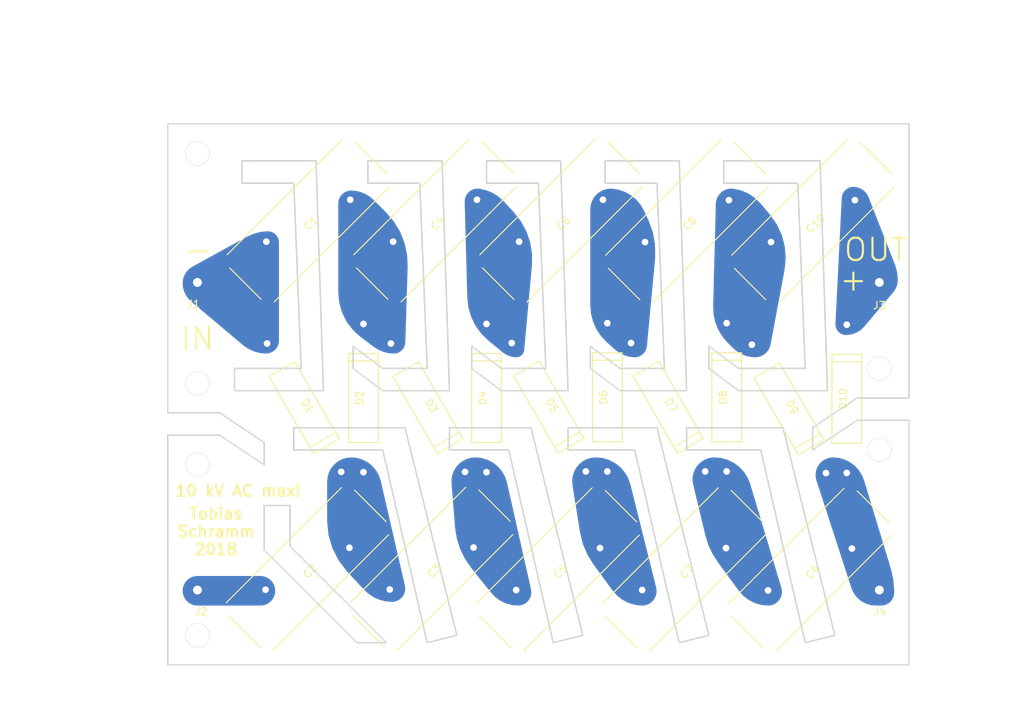
<source format=kicad_pcb>
(kicad_pcb (version 4) (host pcbnew 4.0.7)

  (general
    (links 32)
    (no_connects 32)
    (area 31.899999 34.899999 132.100001 108.100001)
    (thickness 1.6)
    (drawings 110)
    (tracks 0)
    (zones 0)
    (modules 30)
    (nets 13)
  )

  (page A4)
  (layers
    (0 F.Cu signal)
    (31 B.Cu signal)
    (32 B.Adhes user)
    (33 F.Adhes user)
    (34 B.Paste user)
    (35 F.Paste user)
    (36 B.SilkS user)
    (37 F.SilkS user)
    (38 B.Mask user)
    (39 F.Mask user)
    (40 Dwgs.User user)
    (41 Cmts.User user)
    (42 Eco1.User user)
    (43 Eco2.User user)
    (44 Edge.Cuts user)
    (45 Margin user)
    (46 B.CrtYd user)
    (47 F.CrtYd user)
    (48 B.Fab user)
    (49 F.Fab user hide)
  )

  (setup
    (last_trace_width 0.25)
    (trace_clearance 0)
    (zone_clearance 0.508)
    (zone_45_only no)
    (trace_min 0.2)
    (segment_width 0.2)
    (edge_width 0.2)
    (via_size 0.6)
    (via_drill 0.4)
    (via_min_size 0.4)
    (via_min_drill 0.3)
    (uvia_size 0.3)
    (uvia_drill 0.1)
    (uvias_allowed no)
    (uvia_min_size 0.2)
    (uvia_min_drill 0.1)
    (pcb_text_width 0.3)
    (pcb_text_size 1.5 1.5)
    (mod_edge_width 0.15)
    (mod_text_size 1 1)
    (mod_text_width 0.15)
    (pad_size 3 3)
    (pad_drill 1.2)
    (pad_to_mask_clearance 0.2)
    (aux_axis_origin 0 0)
    (visible_elements FFFFFF7F)
    (pcbplotparams
      (layerselection 0x01030_80000001)
      (usegerberextensions true)
      (excludeedgelayer true)
      (linewidth 0.100000)
      (plotframeref false)
      (viasonmask false)
      (mode 1)
      (useauxorigin false)
      (hpglpennumber 1)
      (hpglpenspeed 20)
      (hpglpendiameter 15)
      (hpglpenoverlay 2)
      (psnegative false)
      (psa4output false)
      (plotreference true)
      (plotvalue true)
      (plotinvisibletext false)
      (padsonsilk false)
      (subtractmaskfromsilk false)
      (outputformat 1)
      (mirror false)
      (drillshape 0)
      (scaleselection 1)
      (outputdirectory ""))
  )

  (net 0 "")
  (net 1 "Net-(C1-Pad1)")
  (net 2 "Net-(C1-Pad2)")
  (net 3 "Net-(C2-Pad1)")
  (net 4 "Net-(C2-Pad2)")
  (net 5 "Net-(C3-Pad2)")
  (net 6 "Net-(C4-Pad2)")
  (net 7 "Net-(C5-Pad2)")
  (net 8 "Net-(C6-Pad2)")
  (net 9 "Net-(C7-Pad2)")
  (net 10 "Net-(C10-Pad1)")
  (net 11 "Net-(C9-Pad2)")
  (net 12 "Net-(C10-Pad2)")

  (net_class Default "Dies ist die voreingestellte Netzklasse."
    (clearance 0)
    (trace_width 0.25)
    (via_dia 0.6)
    (via_drill 0.4)
    (uvia_dia 0.3)
    (uvia_drill 0.1)
    (add_net "Net-(C1-Pad1)")
    (add_net "Net-(C1-Pad2)")
    (add_net "Net-(C10-Pad1)")
    (add_net "Net-(C10-Pad2)")
    (add_net "Net-(C2-Pad1)")
    (add_net "Net-(C2-Pad2)")
    (add_net "Net-(C3-Pad2)")
    (add_net "Net-(C4-Pad2)")
    (add_net "Net-(C5-Pad2)")
    (add_net "Net-(C6-Pad2)")
    (add_net "Net-(C7-Pad2)")
    (add_net "Net-(C9-Pad2)")
  )

  (module cascade:mounthole (layer F.Cu) (tedit 5B1B1E88) (tstamp 5B1B590E)
    (at 36 70)
    (fp_text reference REF** (at 0 0.5) (layer F.SilkS) hide
      (effects (font (size 1 1) (thickness 0.15)))
    )
    (fp_text value mounthole (at 0 -0.5) (layer F.Fab)
      (effects (font (size 1 1) (thickness 0.15)))
    )
    (pad 1 thru_hole circle (at 0 0) (size 3.2 3.2) (drill 3.2) (layers *.Cu *.Mask))
  )

  (module cascade:mounthole (layer F.Cu) (tedit 5B1B1E88) (tstamp 5B1B58FF)
    (at 36 81)
    (fp_text reference REF** (at 0 0.5) (layer F.SilkS) hide
      (effects (font (size 1 1) (thickness 0.15)))
    )
    (fp_text value mounthole (at 0 -0.5) (layer F.Fab)
      (effects (font (size 1 1) (thickness 0.15)))
    )
    (pad 1 thru_hole circle (at 0 0) (size 3.2 3.2) (drill 3.2) (layers *.Cu *.Mask))
  )

  (module cascade:mounthole (layer F.Cu) (tedit 5B1B1E88) (tstamp 5B1B2046)
    (at 36 39)
    (fp_text reference REF** (at 0 0.5) (layer F.SilkS) hide
      (effects (font (size 1 1) (thickness 0.15)))
    )
    (fp_text value mounthole (at 0 -0.5) (layer F.Fab)
      (effects (font (size 1 1) (thickness 0.15)))
    )
    (pad 1 thru_hole circle (at 0 0) (size 3.2 3.2) (drill 3.2) (layers *.Cu *.Mask))
  )

  (module cascade:mounthole (layer F.Cu) (tedit 5B1B1E88) (tstamp 5B1B204B)
    (at 36 104)
    (fp_text reference REF** (at 0 0.5) (layer F.SilkS) hide
      (effects (font (size 1 1) (thickness 0.15)))
    )
    (fp_text value mounthole (at 0 -0.5) (layer F.Fab)
      (effects (font (size 1 1) (thickness 0.15)))
    )
    (pad 1 thru_hole circle (at 0 0) (size 3.2 3.2) (drill 3.2) (layers *.Cu *.Mask))
  )

  (module cascade:mounthole (layer F.Cu) (tedit 5B1B1E88) (tstamp 5B1B2050)
    (at 128 79)
    (fp_text reference REF** (at 0 0.5) (layer F.SilkS) hide
      (effects (font (size 1 1) (thickness 0.15)))
    )
    (fp_text value mounthole (at 0 -0.5) (layer F.Fab)
      (effects (font (size 1 1) (thickness 0.15)))
    )
    (pad 1 thru_hole circle (at 0 0) (size 3.2 3.2) (drill 3.2) (layers *.Cu *.Mask))
  )

  (module cascade:mounthole (layer F.Cu) (tedit 5B1B269E) (tstamp 5B1B2055)
    (at 128 68)
    (fp_text reference REF** (at 0 0.5) (layer F.SilkS) hide
      (effects (font (size 1 1) (thickness 0.15)))
    )
    (fp_text value mounthole (at 0 -0.5) (layer F.Fab)
      (effects (font (size 1 1) (thickness 0.15)))
    )
    (pad "" thru_hole circle (at 0 0) (size 3.2 3.2) (drill 3.2) (layers *.Cu *.Mask))
  )

  (module cascade:hv_pad (layer F.Cu) (tedit 5B1B4A9D) (tstamp 5B1B07F2)
    (at 35.4 56.4)
    (path /5B1B08E3)
    (fp_text reference J1 (at 0.1 2.9) (layer F.SilkS)
      (effects (font (size 1 1) (thickness 0.15)))
    )
    (fp_text value Conn_01x01 (at 0 -0.5) (layer F.Fab)
      (effects (font (size 1 1) (thickness 0.15)))
    )
    (pad 1 thru_hole circle (at 0.6 0) (size 3 3) (drill 1.2) (layers *.Mask B.Cu)
      (net 1 "Net-(C1-Pad1)"))
  )

  (module cascade:hv_pad (layer F.Cu) (tedit 5B1B49DD) (tstamp 5B1B07F7)
    (at 36.4 97.9)
    (path /5B1B0CE6)
    (fp_text reference J2 (at 0.1 2.9) (layer F.SilkS)
      (effects (font (size 1 1) (thickness 0.15)))
    )
    (fp_text value Conn_01x01 (at 0 -0.5) (layer F.Fab)
      (effects (font (size 1 1) (thickness 0.15)))
    )
    (pad 1 thru_hole circle (at -0.4 0) (size 3 3) (drill 1.2) (layers *.Mask B.Cu)
      (net 3 "Net-(C2-Pad1)"))
  )

  (module cascade:hv_pad (layer F.Cu) (tedit 5B1B587F) (tstamp 5B1B07FC)
    (at 128 56.4)
    (path /5B1B0D26)
    (fp_text reference J3 (at 0 3.1) (layer F.SilkS)
      (effects (font (size 1 1) (thickness 0.15)))
    )
    (fp_text value Conn_01x01 (at -25.9 -7.2) (layer F.Fab)
      (effects (font (size 1 1) (thickness 0.15)))
    )
    (pad 1 thru_hole circle (at 0 0) (size 3 3) (drill 1.2) (layers *.Mask B.Cu)
      (net 12 "Net-(C10-Pad2)"))
  )

  (module cascade:hv_pad (layer F.Cu) (tedit 5B1B5851) (tstamp 5B1B0801)
    (at 128 97.9)
    (path /5B1B0D81)
    (fp_text reference J4 (at 0.1 2.9) (layer F.SilkS)
      (effects (font (size 1 1) (thickness 0.15)))
    )
    (fp_text value Conn_01x01 (at 0 -0.5) (layer F.Fab)
      (effects (font (size 1 1) (thickness 0.15)))
    )
    (pad 1 thru_hole circle (at 0 0) (size 3 3) (drill 1.2) (layers *.Mask B.Cu)
      (net 11 "Net-(C9-Pad2)"))
  )

  (module cascade:diode_2CL2FM (layer F.Cu) (tedit 5B1B2769) (tstamp 5B1B07C0)
    (at 50.4 73.3 120)
    (path /5B1B04F7)
    (fp_text reference D1 (at 0 0.5 120) (layer F.SilkS)
      (effects (font (size 1 1) (thickness 0.15)))
    )
    (fp_text value D (at 0 -0.5 120) (layer F.Fab)
      (effects (font (size 1 1) (thickness 0.15)))
    )
    (fp_line (start -5 -2) (end -5 2) (layer F.SilkS) (width 0.15))
    (fp_line (start -2 2) (end -2 -2) (layer F.Fab) (width 0.15))
    (fp_line (start 2 -2) (end 2 2) (layer F.Fab) (width 0.15))
    (fp_arc (start 0 -2) (end -2 -2) (angle 180) (layer F.Fab) (width 0.15))
    (fp_arc (start 0 2) (end 2 2) (angle 180) (layer F.Fab) (width 0.15))
    (fp_line (start -6 2) (end -6 -2) (layer F.SilkS) (width 0.15))
    (fp_line (start 6 2) (end -6 2) (layer F.SilkS) (width 0.15))
    (fp_line (start 6 -2) (end 6 2) (layer F.SilkS) (width 0.15))
    (fp_line (start -6 -2) (end 6 -2) (layer F.SilkS) (width 0.15))
    (pad 1 thru_hole circle (at -10 0 120) (size 2 2) (drill 0.9) (layers *.Mask B.Cu)
      (net 4 "Net-(C2-Pad2)"))
    (pad 2 thru_hole circle (at 10 0 120) (size 2 2) (drill 0.9) (layers *.Mask B.Cu)
      (net 1 "Net-(C1-Pad1)"))
  )

  (module cascade:diode_2CL2FM (layer F.Cu) (tedit 5B1B2769) (tstamp 5B1B07CF)
    (at 58.4 72 270)
    (path /5B1B0BD3)
    (fp_text reference D2 (at 0 0.5 270) (layer F.SilkS)
      (effects (font (size 1 1) (thickness 0.15)))
    )
    (fp_text value D (at 0 -0.5 270) (layer F.Fab)
      (effects (font (size 1 1) (thickness 0.15)))
    )
    (fp_line (start -5 -2) (end -5 2) (layer F.SilkS) (width 0.15))
    (fp_line (start -2 2) (end -2 -2) (layer F.Fab) (width 0.15))
    (fp_line (start 2 -2) (end 2 2) (layer F.Fab) (width 0.15))
    (fp_arc (start 0 -2) (end -2 -2) (angle 180) (layer F.Fab) (width 0.15))
    (fp_arc (start 0 2) (end 2 2) (angle 180) (layer F.Fab) (width 0.15))
    (fp_line (start -6 2) (end -6 -2) (layer F.SilkS) (width 0.15))
    (fp_line (start 6 2) (end -6 2) (layer F.SilkS) (width 0.15))
    (fp_line (start 6 -2) (end 6 2) (layer F.SilkS) (width 0.15))
    (fp_line (start -6 -2) (end 6 -2) (layer F.SilkS) (width 0.15))
    (pad 1 thru_hole circle (at -10 0 270) (size 2 2) (drill 0.9) (layers *.Mask B.Cu)
      (net 2 "Net-(C1-Pad2)"))
    (pad 2 thru_hole circle (at 10 0 270) (size 2 2) (drill 0.9) (layers *.Mask B.Cu)
      (net 4 "Net-(C2-Pad2)"))
  )

  (module cascade:diode_2CL2FM (layer F.Cu) (tedit 5B1B2769) (tstamp 5B1B07DE)
    (at 67.1 73.3 120)
    (path /5B1B0C11)
    (fp_text reference D3 (at 0 0.5 120) (layer F.SilkS)
      (effects (font (size 1 1) (thickness 0.15)))
    )
    (fp_text value D (at 0 -0.5 120) (layer F.Fab)
      (effects (font (size 1 1) (thickness 0.15)))
    )
    (fp_line (start -5 -2) (end -5 2) (layer F.SilkS) (width 0.15))
    (fp_line (start -2 2) (end -2 -2) (layer F.Fab) (width 0.15))
    (fp_line (start 2 -2) (end 2 2) (layer F.Fab) (width 0.15))
    (fp_arc (start 0 -2) (end -2 -2) (angle 180) (layer F.Fab) (width 0.15))
    (fp_arc (start 0 2) (end 2 2) (angle 180) (layer F.Fab) (width 0.15))
    (fp_line (start -6 2) (end -6 -2) (layer F.SilkS) (width 0.15))
    (fp_line (start 6 2) (end -6 2) (layer F.SilkS) (width 0.15))
    (fp_line (start 6 -2) (end 6 2) (layer F.SilkS) (width 0.15))
    (fp_line (start -6 -2) (end 6 -2) (layer F.SilkS) (width 0.15))
    (pad 1 thru_hole circle (at -10 0 120) (size 2 2) (drill 0.9) (layers *.Mask B.Cu)
      (net 5 "Net-(C3-Pad2)"))
    (pad 2 thru_hole circle (at 10 0 120) (size 2 2) (drill 0.9) (layers *.Mask B.Cu)
      (net 2 "Net-(C1-Pad2)"))
  )

  (module cascade:diode_2CL2FM (layer F.Cu) (tedit 5B1B2769) (tstamp 5B1B07ED)
    (at 75 72 270)
    (path /5B1B0C52)
    (fp_text reference D4 (at 0 0.5 270) (layer F.SilkS)
      (effects (font (size 1 1) (thickness 0.15)))
    )
    (fp_text value D (at 0 -0.5 270) (layer F.Fab)
      (effects (font (size 1 1) (thickness 0.15)))
    )
    (fp_line (start -5 -2) (end -5 2) (layer F.SilkS) (width 0.15))
    (fp_line (start -2 2) (end -2 -2) (layer F.Fab) (width 0.15))
    (fp_line (start 2 -2) (end 2 2) (layer F.Fab) (width 0.15))
    (fp_arc (start 0 -2) (end -2 -2) (angle 180) (layer F.Fab) (width 0.15))
    (fp_arc (start 0 2) (end 2 2) (angle 180) (layer F.Fab) (width 0.15))
    (fp_line (start -6 2) (end -6 -2) (layer F.SilkS) (width 0.15))
    (fp_line (start 6 2) (end -6 2) (layer F.SilkS) (width 0.15))
    (fp_line (start 6 -2) (end 6 2) (layer F.SilkS) (width 0.15))
    (fp_line (start -6 -2) (end 6 -2) (layer F.SilkS) (width 0.15))
    (pad 1 thru_hole circle (at -10 0 270) (size 2 2) (drill 0.9) (layers *.Mask B.Cu)
      (net 6 "Net-(C4-Pad2)"))
    (pad 2 thru_hole circle (at 10 0 270) (size 2 2) (drill 0.9) (layers *.Mask B.Cu)
      (net 5 "Net-(C3-Pad2)"))
  )

  (module cascade:cap_20kv_10nf (layer F.Cu) (tedit 5B1B2781) (tstamp 5B1B06C6)
    (at 68.056854 48.071573 45)
    (path /5B1B07A6)
    (fp_text reference C4 (at 0 0.5 45) (layer F.SilkS)
      (effects (font (size 1 1) (thickness 0.15)))
    )
    (fp_text value C (at 0 -0.5 45) (layer F.Fab)
      (effects (font (size 1 1) (thickness 0.15)))
    )
    (fp_line (start -2 3) (end -2 -3) (layer F.Fab) (width 0.15))
    (fp_line (start 2 3) (end 2 -3) (layer F.Fab) (width 0.15))
    (fp_arc (start 0 3) (end 2 3) (angle 180) (layer F.Fab) (width 0.15))
    (fp_arc (start 0 -3) (end -2 -3) (angle 180) (layer F.Fab) (width 0.15))
    (fp_line (start 12 -3) (end 12 3) (layer F.SilkS) (width 0.15))
    (fp_line (start -11 -4.5) (end 11 -4.5) (layer F.SilkS) (width 0.15))
    (fp_line (start -12 3) (end -12 -3) (layer F.SilkS) (width 0.15))
    (fp_line (start 11 4.5) (end -11 4.5) (layer F.SilkS) (width 0.15))
    (pad 1 thru_hole circle (at -6 -2 45) (size 2 2) (drill 0.9) (layers *.Mask B.Cu)
      (net 2 "Net-(C1-Pad2)"))
    (pad 2 thru_hole circle (at 6 2 45) (size 2 2) (drill 0.9) (layers *.Mask B.Cu)
      (net 6 "Net-(C4-Pad2)"))
  )

  (module cascade:cap_20kv_10nf (layer F.Cu) (tedit 5B1B2781) (tstamp 5B1B0332)
    (at 50.956854 48.071573 45)
    (path /5B1AFD30)
    (fp_text reference C1 (at 0 0.5 45) (layer F.SilkS)
      (effects (font (size 1 1) (thickness 0.15)))
    )
    (fp_text value C (at 0 -0.5 45) (layer F.Fab)
      (effects (font (size 1 1) (thickness 0.15)))
    )
    (fp_line (start -2 3) (end -2 -3) (layer F.Fab) (width 0.15))
    (fp_line (start 2 3) (end 2 -3) (layer F.Fab) (width 0.15))
    (fp_arc (start 0 3) (end 2 3) (angle 180) (layer F.Fab) (width 0.15))
    (fp_arc (start 0 -3) (end -2 -3) (angle 180) (layer F.Fab) (width 0.15))
    (fp_line (start 12 -3) (end 12 3) (layer F.SilkS) (width 0.15))
    (fp_line (start -11 -4.5) (end 11 -4.5) (layer F.SilkS) (width 0.15))
    (fp_line (start -12 3) (end -12 -3) (layer F.SilkS) (width 0.15))
    (fp_line (start 11 4.5) (end -11 4.5) (layer F.SilkS) (width 0.15))
    (pad 1 thru_hole circle (at -6 -2 45) (size 2 2) (drill 0.9) (layers *.Mask B.Cu)
      (net 1 "Net-(C1-Pad1)"))
    (pad 2 thru_hole circle (at 6 2 45) (size 2 2) (drill 0.9) (layers *.Mask B.Cu)
      (net 2 "Net-(C1-Pad2)"))
  )

  (module cascade:cap_20kv_10nf (layer F.Cu) (tedit 5B1B2781) (tstamp 5B1B06AA)
    (at 50.843146 95.028427 45)
    (path /5B1B05CD)
    (fp_text reference C2 (at 0 0.5 45) (layer F.SilkS)
      (effects (font (size 1 1) (thickness 0.15)))
    )
    (fp_text value C (at 0 -0.5 45) (layer F.Fab)
      (effects (font (size 1 1) (thickness 0.15)))
    )
    (fp_line (start -2 3) (end -2 -3) (layer F.Fab) (width 0.15))
    (fp_line (start 2 3) (end 2 -3) (layer F.Fab) (width 0.15))
    (fp_arc (start 0 3) (end 2 3) (angle 180) (layer F.Fab) (width 0.15))
    (fp_arc (start 0 -3) (end -2 -3) (angle 180) (layer F.Fab) (width 0.15))
    (fp_line (start 12 -3) (end 12 3) (layer F.SilkS) (width 0.15))
    (fp_line (start -11 -4.5) (end 11 -4.5) (layer F.SilkS) (width 0.15))
    (fp_line (start -12 3) (end -12 -3) (layer F.SilkS) (width 0.15))
    (fp_line (start 11 4.5) (end -11 4.5) (layer F.SilkS) (width 0.15))
    (pad 1 thru_hole circle (at -6 -2 45) (size 2 2) (drill 0.9) (layers *.Mask B.Cu)
      (net 3 "Net-(C2-Pad1)"))
    (pad 2 thru_hole circle (at 6 2 45) (size 2 2) (drill 0.9) (layers *.Mask B.Cu)
      (net 4 "Net-(C2-Pad2)"))
  )

  (module cascade:cap_20kv_10nf (layer F.Cu) (tedit 5B1B2781) (tstamp 5B1B06B8)
    (at 67.6 95 45)
    (path /5B1B0633)
    (fp_text reference C3 (at 0 0.5 45) (layer F.SilkS)
      (effects (font (size 1 1) (thickness 0.15)))
    )
    (fp_text value C (at 0 -0.5 45) (layer F.Fab)
      (effects (font (size 1 1) (thickness 0.15)))
    )
    (fp_line (start -2 3) (end -2 -3) (layer F.Fab) (width 0.15))
    (fp_line (start 2 3) (end 2 -3) (layer F.Fab) (width 0.15))
    (fp_arc (start 0 3) (end 2 3) (angle 180) (layer F.Fab) (width 0.15))
    (fp_arc (start 0 -3) (end -2 -3) (angle 180) (layer F.Fab) (width 0.15))
    (fp_line (start 12 -3) (end 12 3) (layer F.SilkS) (width 0.15))
    (fp_line (start -11 -4.5) (end 11 -4.5) (layer F.SilkS) (width 0.15))
    (fp_line (start -12 3) (end -12 -3) (layer F.SilkS) (width 0.15))
    (fp_line (start 11 4.5) (end -11 4.5) (layer F.SilkS) (width 0.15))
    (pad 1 thru_hole circle (at -6 -2 45) (size 2 2) (drill 0.9) (layers *.Mask B.Cu)
      (net 4 "Net-(C2-Pad2)"))
    (pad 2 thru_hole circle (at 6 2 45) (size 2 2) (drill 0.9) (layers *.Mask B.Cu)
      (net 5 "Net-(C3-Pad2)"))
  )

  (module cascade:cap_20kv_10nf (layer F.Cu) (tedit 5B1B2781) (tstamp 5B1B44D4)
    (at 84.656854 95.071573 45)
    (path /5B1B546C)
    (fp_text reference C5 (at 0 0.5 45) (layer F.SilkS)
      (effects (font (size 1 1) (thickness 0.15)))
    )
    (fp_text value C (at 0 -0.5 45) (layer F.Fab)
      (effects (font (size 1 1) (thickness 0.15)))
    )
    (fp_line (start -2 3) (end -2 -3) (layer F.Fab) (width 0.15))
    (fp_line (start 2 3) (end 2 -3) (layer F.Fab) (width 0.15))
    (fp_arc (start 0 3) (end 2 3) (angle 180) (layer F.Fab) (width 0.15))
    (fp_arc (start 0 -3) (end -2 -3) (angle 180) (layer F.Fab) (width 0.15))
    (fp_line (start 12 -3) (end 12 3) (layer F.SilkS) (width 0.15))
    (fp_line (start -11 -4.5) (end 11 -4.5) (layer F.SilkS) (width 0.15))
    (fp_line (start -12 3) (end -12 -3) (layer F.SilkS) (width 0.15))
    (fp_line (start 11 4.5) (end -11 4.5) (layer F.SilkS) (width 0.15))
    (pad 1 thru_hole circle (at -6 -2 45) (size 2 2) (drill 0.9) (layers *.Mask B.Cu)
      (net 5 "Net-(C3-Pad2)"))
    (pad 2 thru_hole circle (at 6 2 45) (size 2 2) (drill 0.9) (layers *.Mask B.Cu)
      (net 7 "Net-(C5-Pad2)"))
  )

  (module cascade:cap_20kv_10nf (layer F.Cu) (tedit 5B1B2781) (tstamp 5B1B44E2)
    (at 85.056854 48.071573 45)
    (path /5B1B5460)
    (fp_text reference C6 (at 0 0.5 45) (layer F.SilkS)
      (effects (font (size 1 1) (thickness 0.15)))
    )
    (fp_text value C (at 0 -0.5 45) (layer F.Fab)
      (effects (font (size 1 1) (thickness 0.15)))
    )
    (fp_line (start -2 3) (end -2 -3) (layer F.Fab) (width 0.15))
    (fp_line (start 2 3) (end 2 -3) (layer F.Fab) (width 0.15))
    (fp_arc (start 0 3) (end 2 3) (angle 180) (layer F.Fab) (width 0.15))
    (fp_arc (start 0 -3) (end -2 -3) (angle 180) (layer F.Fab) (width 0.15))
    (fp_line (start 12 -3) (end 12 3) (layer F.SilkS) (width 0.15))
    (fp_line (start -11 -4.5) (end 11 -4.5) (layer F.SilkS) (width 0.15))
    (fp_line (start -12 3) (end -12 -3) (layer F.SilkS) (width 0.15))
    (fp_line (start 11 4.5) (end -11 4.5) (layer F.SilkS) (width 0.15))
    (pad 1 thru_hole circle (at -6 -2 45) (size 2 2) (drill 0.9) (layers *.Mask B.Cu)
      (net 6 "Net-(C4-Pad2)"))
    (pad 2 thru_hole circle (at 6 2 45) (size 2 2) (drill 0.9) (layers *.Mask B.Cu)
      (net 8 "Net-(C6-Pad2)"))
  )

  (module cascade:cap_20kv_10nf (layer F.Cu) (tedit 5B1B2781) (tstamp 5B1B44F0)
    (at 101.656854 95.071573 45)
    (path /5B1B5472)
    (fp_text reference C7 (at 0 0.5 45) (layer F.SilkS)
      (effects (font (size 1 1) (thickness 0.15)))
    )
    (fp_text value C (at 0 -0.5 45) (layer F.Fab)
      (effects (font (size 1 1) (thickness 0.15)))
    )
    (fp_line (start -2 3) (end -2 -3) (layer F.Fab) (width 0.15))
    (fp_line (start 2 3) (end 2 -3) (layer F.Fab) (width 0.15))
    (fp_arc (start 0 3) (end 2 3) (angle 180) (layer F.Fab) (width 0.15))
    (fp_arc (start 0 -3) (end -2 -3) (angle 180) (layer F.Fab) (width 0.15))
    (fp_line (start 12 -3) (end 12 3) (layer F.SilkS) (width 0.15))
    (fp_line (start -11 -4.5) (end 11 -4.5) (layer F.SilkS) (width 0.15))
    (fp_line (start -12 3) (end -12 -3) (layer F.SilkS) (width 0.15))
    (fp_line (start 11 4.5) (end -11 4.5) (layer F.SilkS) (width 0.15))
    (pad 1 thru_hole circle (at -6 -2 45) (size 2 2) (drill 0.9) (layers *.Mask B.Cu)
      (net 7 "Net-(C5-Pad2)"))
    (pad 2 thru_hole circle (at 6 2 45) (size 2 2) (drill 0.9) (layers *.Mask B.Cu)
      (net 9 "Net-(C7-Pad2)"))
  )

  (module cascade:cap_20kv_10nf (layer F.Cu) (tedit 5B1B2781) (tstamp 5B1B44FE)
    (at 102.043146 48.128427 45)
    (path /5B1B5478)
    (fp_text reference C8 (at 0 0.5 45) (layer F.SilkS)
      (effects (font (size 1 1) (thickness 0.15)))
    )
    (fp_text value C (at 0 -0.5 45) (layer F.Fab)
      (effects (font (size 1 1) (thickness 0.15)))
    )
    (fp_line (start -2 3) (end -2 -3) (layer F.Fab) (width 0.15))
    (fp_line (start 2 3) (end 2 -3) (layer F.Fab) (width 0.15))
    (fp_arc (start 0 3) (end 2 3) (angle 180) (layer F.Fab) (width 0.15))
    (fp_arc (start 0 -3) (end -2 -3) (angle 180) (layer F.Fab) (width 0.15))
    (fp_line (start 12 -3) (end 12 3) (layer F.SilkS) (width 0.15))
    (fp_line (start -11 -4.5) (end 11 -4.5) (layer F.SilkS) (width 0.15))
    (fp_line (start -12 3) (end -12 -3) (layer F.SilkS) (width 0.15))
    (fp_line (start 11 4.5) (end -11 4.5) (layer F.SilkS) (width 0.15))
    (pad 1 thru_hole circle (at -6 -2 45) (size 2 2) (drill 0.9) (layers *.Mask B.Cu)
      (net 8 "Net-(C6-Pad2)"))
    (pad 2 thru_hole circle (at 6 2 45) (size 2 2) (drill 0.9) (layers *.Mask B.Cu)
      (net 10 "Net-(C10-Pad1)"))
  )

  (module cascade:diode_2CL2FM (layer F.Cu) (tedit 5B1B2769) (tstamp 5B1B450D)
    (at 83.4 73.239746 120)
    (path /5B1B5466)
    (fp_text reference D5 (at 0 0.5 120) (layer F.SilkS)
      (effects (font (size 1 1) (thickness 0.15)))
    )
    (fp_text value D (at 0 -0.5 120) (layer F.Fab)
      (effects (font (size 1 1) (thickness 0.15)))
    )
    (fp_line (start -5 -2) (end -5 2) (layer F.SilkS) (width 0.15))
    (fp_line (start -2 2) (end -2 -2) (layer F.Fab) (width 0.15))
    (fp_line (start 2 -2) (end 2 2) (layer F.Fab) (width 0.15))
    (fp_arc (start 0 -2) (end -2 -2) (angle 180) (layer F.Fab) (width 0.15))
    (fp_arc (start 0 2) (end 2 2) (angle 180) (layer F.Fab) (width 0.15))
    (fp_line (start -6 2) (end -6 -2) (layer F.SilkS) (width 0.15))
    (fp_line (start 6 2) (end -6 2) (layer F.SilkS) (width 0.15))
    (fp_line (start 6 -2) (end 6 2) (layer F.SilkS) (width 0.15))
    (fp_line (start -6 -2) (end 6 -2) (layer F.SilkS) (width 0.15))
    (pad 1 thru_hole circle (at -10 0 120) (size 2 2) (drill 0.9) (layers *.Mask B.Cu)
      (net 7 "Net-(C5-Pad2)"))
    (pad 2 thru_hole circle (at 10 0 120) (size 2 2) (drill 0.9) (layers *.Mask B.Cu)
      (net 6 "Net-(C4-Pad2)"))
  )

  (module cascade:diode_2CL2FM (layer F.Cu) (tedit 5B1B2769) (tstamp 5B1B451C)
    (at 91.3 71.9 270)
    (path /5B1B5493)
    (fp_text reference D6 (at 0 0.5 270) (layer F.SilkS)
      (effects (font (size 1 1) (thickness 0.15)))
    )
    (fp_text value D (at 0 -0.5 270) (layer F.Fab)
      (effects (font (size 1 1) (thickness 0.15)))
    )
    (fp_line (start -5 -2) (end -5 2) (layer F.SilkS) (width 0.15))
    (fp_line (start -2 2) (end -2 -2) (layer F.Fab) (width 0.15))
    (fp_line (start 2 -2) (end 2 2) (layer F.Fab) (width 0.15))
    (fp_arc (start 0 -2) (end -2 -2) (angle 180) (layer F.Fab) (width 0.15))
    (fp_arc (start 0 2) (end 2 2) (angle 180) (layer F.Fab) (width 0.15))
    (fp_line (start -6 2) (end -6 -2) (layer F.SilkS) (width 0.15))
    (fp_line (start 6 2) (end -6 2) (layer F.SilkS) (width 0.15))
    (fp_line (start 6 -2) (end 6 2) (layer F.SilkS) (width 0.15))
    (fp_line (start -6 -2) (end 6 -2) (layer F.SilkS) (width 0.15))
    (pad 1 thru_hole circle (at -10 0 270) (size 2 2) (drill 0.9) (layers *.Mask B.Cu)
      (net 8 "Net-(C6-Pad2)"))
    (pad 2 thru_hole circle (at 10 0 270) (size 2 2) (drill 0.9) (layers *.Mask B.Cu)
      (net 7 "Net-(C5-Pad2)"))
  )

  (module cascade:diode_2CL2FM (layer F.Cu) (tedit 5B1B2769) (tstamp 5B1B452B)
    (at 99.5 73.239746 120)
    (path /5B1B5499)
    (fp_text reference D7 (at 0 0.5 120) (layer F.SilkS)
      (effects (font (size 1 1) (thickness 0.15)))
    )
    (fp_text value D (at 0 -0.5 120) (layer F.Fab)
      (effects (font (size 1 1) (thickness 0.15)))
    )
    (fp_line (start -5 -2) (end -5 2) (layer F.SilkS) (width 0.15))
    (fp_line (start -2 2) (end -2 -2) (layer F.Fab) (width 0.15))
    (fp_line (start 2 -2) (end 2 2) (layer F.Fab) (width 0.15))
    (fp_arc (start 0 -2) (end -2 -2) (angle 180) (layer F.Fab) (width 0.15))
    (fp_arc (start 0 2) (end 2 2) (angle 180) (layer F.Fab) (width 0.15))
    (fp_line (start -6 2) (end -6 -2) (layer F.SilkS) (width 0.15))
    (fp_line (start 6 2) (end -6 2) (layer F.SilkS) (width 0.15))
    (fp_line (start 6 -2) (end 6 2) (layer F.SilkS) (width 0.15))
    (fp_line (start -6 -2) (end 6 -2) (layer F.SilkS) (width 0.15))
    (pad 1 thru_hole circle (at -10 0 120) (size 2 2) (drill 0.9) (layers *.Mask B.Cu)
      (net 9 "Net-(C7-Pad2)"))
    (pad 2 thru_hole circle (at 10 0 120) (size 2 2) (drill 0.9) (layers *.Mask B.Cu)
      (net 8 "Net-(C6-Pad2)"))
  )

  (module cascade:diode_2CL2FM (layer F.Cu) (tedit 5B1B2769) (tstamp 5B1B453A)
    (at 107.4 71.9 270)
    (path /5B1B549F)
    (fp_text reference D8 (at 0 0.5 270) (layer F.SilkS)
      (effects (font (size 1 1) (thickness 0.15)))
    )
    (fp_text value D (at 0 -0.5 270) (layer F.Fab)
      (effects (font (size 1 1) (thickness 0.15)))
    )
    (fp_line (start -5 -2) (end -5 2) (layer F.SilkS) (width 0.15))
    (fp_line (start -2 2) (end -2 -2) (layer F.Fab) (width 0.15))
    (fp_line (start 2 -2) (end 2 2) (layer F.Fab) (width 0.15))
    (fp_arc (start 0 -2) (end -2 -2) (angle 180) (layer F.Fab) (width 0.15))
    (fp_arc (start 0 2) (end 2 2) (angle 180) (layer F.Fab) (width 0.15))
    (fp_line (start -6 2) (end -6 -2) (layer F.SilkS) (width 0.15))
    (fp_line (start 6 2) (end -6 2) (layer F.SilkS) (width 0.15))
    (fp_line (start 6 -2) (end 6 2) (layer F.SilkS) (width 0.15))
    (fp_line (start -6 -2) (end 6 -2) (layer F.SilkS) (width 0.15))
    (pad 1 thru_hole circle (at -10 0 270) (size 2 2) (drill 0.9) (layers *.Mask B.Cu)
      (net 10 "Net-(C10-Pad1)"))
    (pad 2 thru_hole circle (at 10 0 270) (size 2 2) (drill 0.9) (layers *.Mask B.Cu)
      (net 9 "Net-(C7-Pad2)"))
  )

  (module cascade:cap_20kv_10nf (layer F.Cu) (tedit 5B1B2781) (tstamp 5B1B48AF)
    (at 118.643146 95.128427 45)
    (path /5B1B5EC7)
    (fp_text reference C9 (at 0 0.5 45) (layer F.SilkS)
      (effects (font (size 1 1) (thickness 0.15)))
    )
    (fp_text value C (at 0 -0.5 45) (layer F.Fab)
      (effects (font (size 1 1) (thickness 0.15)))
    )
    (fp_line (start -2 3) (end -2 -3) (layer F.Fab) (width 0.15))
    (fp_line (start 2 3) (end 2 -3) (layer F.Fab) (width 0.15))
    (fp_arc (start 0 3) (end 2 3) (angle 180) (layer F.Fab) (width 0.15))
    (fp_arc (start 0 -3) (end -2 -3) (angle 180) (layer F.Fab) (width 0.15))
    (fp_line (start 12 -3) (end 12 3) (layer F.SilkS) (width 0.15))
    (fp_line (start -11 -4.5) (end 11 -4.5) (layer F.SilkS) (width 0.15))
    (fp_line (start -12 3) (end -12 -3) (layer F.SilkS) (width 0.15))
    (fp_line (start 11 4.5) (end -11 4.5) (layer F.SilkS) (width 0.15))
    (pad 1 thru_hole circle (at -6 -2 45) (size 2 2) (drill 0.9) (layers *.Mask B.Cu)
      (net 9 "Net-(C7-Pad2)"))
    (pad 2 thru_hole circle (at 6 2 45) (size 2 2) (drill 0.9) (layers *.Mask B.Cu)
      (net 11 "Net-(C9-Pad2)"))
  )

  (module cascade:cap_20kv_10nf (layer F.Cu) (tedit 5B1B2781) (tstamp 5B1B48BD)
    (at 119.043146 48.128427 45)
    (path /5B1B5ECD)
    (fp_text reference C10 (at 0 0.5 45) (layer F.SilkS)
      (effects (font (size 1 1) (thickness 0.15)))
    )
    (fp_text value C (at 0 -0.5 45) (layer F.Fab)
      (effects (font (size 1 1) (thickness 0.15)))
    )
    (fp_line (start -2 3) (end -2 -3) (layer F.Fab) (width 0.15))
    (fp_line (start 2 3) (end 2 -3) (layer F.Fab) (width 0.15))
    (fp_arc (start 0 3) (end 2 3) (angle 180) (layer F.Fab) (width 0.15))
    (fp_arc (start 0 -3) (end -2 -3) (angle 180) (layer F.Fab) (width 0.15))
    (fp_line (start 12 -3) (end 12 3) (layer F.SilkS) (width 0.15))
    (fp_line (start -11 -4.5) (end 11 -4.5) (layer F.SilkS) (width 0.15))
    (fp_line (start -12 3) (end -12 -3) (layer F.SilkS) (width 0.15))
    (fp_line (start 11 4.5) (end -11 4.5) (layer F.SilkS) (width 0.15))
    (pad 1 thru_hole circle (at -6 -2 45) (size 2 2) (drill 0.9) (layers *.Mask B.Cu)
      (net 10 "Net-(C10-Pad1)"))
    (pad 2 thru_hole circle (at 6 2 45) (size 2 2) (drill 0.9) (layers *.Mask B.Cu)
      (net 12 "Net-(C10-Pad2)"))
  )

  (module cascade:diode_2CL2FM (layer F.Cu) (tedit 5B1B2769) (tstamp 5B1B48CC)
    (at 115.8 73.460254 120)
    (path /5B1B5EE0)
    (fp_text reference D9 (at 0 0.5 120) (layer F.SilkS)
      (effects (font (size 1 1) (thickness 0.15)))
    )
    (fp_text value D (at 0 -0.5 120) (layer F.Fab)
      (effects (font (size 1 1) (thickness 0.15)))
    )
    (fp_line (start -5 -2) (end -5 2) (layer F.SilkS) (width 0.15))
    (fp_line (start -2 2) (end -2 -2) (layer F.Fab) (width 0.15))
    (fp_line (start 2 -2) (end 2 2) (layer F.Fab) (width 0.15))
    (fp_arc (start 0 -2) (end -2 -2) (angle 180) (layer F.Fab) (width 0.15))
    (fp_arc (start 0 2) (end 2 2) (angle 180) (layer F.Fab) (width 0.15))
    (fp_line (start -6 2) (end -6 -2) (layer F.SilkS) (width 0.15))
    (fp_line (start 6 2) (end -6 2) (layer F.SilkS) (width 0.15))
    (fp_line (start 6 -2) (end 6 2) (layer F.SilkS) (width 0.15))
    (fp_line (start -6 -2) (end 6 -2) (layer F.SilkS) (width 0.15))
    (pad 1 thru_hole circle (at -10 0 120) (size 2 2) (drill 0.9) (layers *.Mask B.Cu)
      (net 11 "Net-(C9-Pad2)"))
    (pad 2 thru_hole circle (at 10 0 120) (size 2 2) (drill 0.9) (layers *.Mask B.Cu)
      (net 10 "Net-(C10-Pad1)"))
  )

  (module cascade:diode_2CL2FM (layer F.Cu) (tedit 5B1B2769) (tstamp 5B1B48DB)
    (at 123.6 72.1 270)
    (path /5B1B5EE6)
    (fp_text reference D10 (at 0 0.5 270) (layer F.SilkS)
      (effects (font (size 1 1) (thickness 0.15)))
    )
    (fp_text value D (at 0 -0.5 270) (layer F.Fab)
      (effects (font (size 1 1) (thickness 0.15)))
    )
    (fp_line (start -5 -2) (end -5 2) (layer F.SilkS) (width 0.15))
    (fp_line (start -2 2) (end -2 -2) (layer F.Fab) (width 0.15))
    (fp_line (start 2 -2) (end 2 2) (layer F.Fab) (width 0.15))
    (fp_arc (start 0 -2) (end -2 -2) (angle 180) (layer F.Fab) (width 0.15))
    (fp_arc (start 0 2) (end 2 2) (angle 180) (layer F.Fab) (width 0.15))
    (fp_line (start -6 2) (end -6 -2) (layer F.SilkS) (width 0.15))
    (fp_line (start 6 2) (end -6 2) (layer F.SilkS) (width 0.15))
    (fp_line (start 6 -2) (end 6 2) (layer F.SilkS) (width 0.15))
    (fp_line (start -6 -2) (end 6 -2) (layer F.SilkS) (width 0.15))
    (pad 1 thru_hole circle (at -10 0 270) (size 2 2) (drill 0.9) (layers *.Mask B.Cu)
      (net 12 "Net-(C10-Pad2)"))
    (pad 2 thru_hole circle (at 10 0 270) (size 2 2) (drill 0.9) (layers *.Mask B.Cu)
      (net 11 "Net-(C9-Pad2)"))
  )

  (gr_line (start 48.5 92) (end 48.5 86.5) (layer Edge.Cuts) (width 0.2))
  (gr_line (start 45 86.5) (end 48.5 86.5) (layer Edge.Cuts) (width 0.2))
  (gr_line (start 45 92.5) (end 45 86.5) (layer Edge.Cuts) (width 0.2))
  (gr_line (start 61.5 105) (end 57.5 105) (layer Edge.Cuts) (width 0.2))
  (gr_line (start 48.5 92) (end 61.5 105) (layer Edge.Cuts) (width 0.2))
  (gr_line (start 57.5 105) (end 45 92.5) (layer Edge.Cuts) (width 0.2))
  (dimension 11 (width 0.3) (layer Eco1.User)
    (gr_text "11,000 mm" (at 24.15 75.5 270) (layer Eco1.User)
      (effects (font (size 1.5 1.5) (thickness 0.3)))
    )
    (feature1 (pts (xy 36 81) (xy 22.8 81)))
    (feature2 (pts (xy 36 70) (xy 22.8 70)))
    (crossbar (pts (xy 25.5 70) (xy 25.5 81)))
    (arrow1a (pts (xy 25.5 81) (xy 24.913579 79.873496)))
    (arrow1b (pts (xy 25.5 81) (xy 26.086421 79.873496)))
    (arrow2a (pts (xy 25.5 70) (xy 24.913579 71.126504)))
    (arrow2b (pts (xy 25.5 70) (xy 26.086421 71.126504)))
  )
  (gr_text "Tobias\nSchramm\n2018" (at 38.5 90) (layer F.SilkS)
    (effects (font (size 1.5 1.5) (thickness 0.3)))
  )
  (dimension 92 (width 0.3) (layer Eco1.User)
    (gr_text "92,000 mm" (at 82 116.35) (layer Eco1.User)
      (effects (font (size 1.5 1.5) (thickness 0.3)))
    )
    (feature1 (pts (xy 128 104) (xy 128 117.7)))
    (feature2 (pts (xy 36 104) (xy 36 117.7)))
    (crossbar (pts (xy 36 115) (xy 128 115)))
    (arrow1a (pts (xy 128 115) (xy 126.873496 115.586421)))
    (arrow1b (pts (xy 128 115) (xy 126.873496 114.413579)))
    (arrow2a (pts (xy 36 115) (xy 37.126504 115.586421)))
    (arrow2b (pts (xy 36 115) (xy 37.126504 114.413579)))
  )
  (dimension 65 (width 0.3) (layer Eco1.User)
    (gr_text "65,000 mm" (at 15.65 71.5 270) (layer Eco1.User)
      (effects (font (size 1.5 1.5) (thickness 0.3)))
    )
    (feature1 (pts (xy 36 104) (xy 14.3 104)))
    (feature2 (pts (xy 36 39) (xy 14.3 39)))
    (crossbar (pts (xy 17 39) (xy 17 104)))
    (arrow1a (pts (xy 17 104) (xy 16.413579 102.873496)))
    (arrow1b (pts (xy 17 104) (xy 17.586421 102.873496)))
    (arrow2a (pts (xy 17 39) (xy 16.413579 40.126504)))
    (arrow2b (pts (xy 17 39) (xy 17.586421 40.126504)))
  )
  (dimension 11 (width 0.3) (layer Eco1.User)
    (gr_text "11,000 mm" (at 138.35 73.5 270) (layer Eco1.User)
      (effects (font (size 1.5 1.5) (thickness 0.3)))
    )
    (feature1 (pts (xy 128 79) (xy 139.7 79)))
    (feature2 (pts (xy 128 68) (xy 139.7 68)))
    (crossbar (pts (xy 137 68) (xy 137 79)))
    (arrow1a (pts (xy 137 79) (xy 136.413579 77.873496)))
    (arrow1b (pts (xy 137 79) (xy 137.586421 77.873496)))
    (arrow2a (pts (xy 137 68) (xy 136.413579 69.126504)))
    (arrow2b (pts (xy 137 68) (xy 137.586421 69.126504)))
  )
  (dimension 73 (width 0.3) (layer Eco1.User)
    (gr_text "73,000 mm" (at 144.85 71.5 270) (layer Eco1.User)
      (effects (font (size 1.5 1.5) (thickness 0.3)))
    )
    (feature1 (pts (xy 132 108) (xy 146.2 108)))
    (feature2 (pts (xy 132 35) (xy 146.2 35)))
    (crossbar (pts (xy 143.5 35) (xy 143.5 108)))
    (arrow1a (pts (xy 143.5 108) (xy 142.913579 106.873496)))
    (arrow1b (pts (xy 143.5 108) (xy 144.086421 106.873496)))
    (arrow2a (pts (xy 143.5 35) (xy 142.913579 36.126504)))
    (arrow2b (pts (xy 143.5 35) (xy 144.086421 36.126504)))
  )
  (dimension 100 (width 0.3) (layer Eco1.User)
    (gr_text "100,000 mm" (at 82 20.15) (layer Eco1.User)
      (effects (font (size 1.5 1.5) (thickness 0.3)))
    )
    (feature1 (pts (xy 132 35) (xy 132 18.8)))
    (feature2 (pts (xy 32 35) (xy 32 18.8)))
    (crossbar (pts (xy 32 21.5) (xy 132 21.5)))
    (arrow1a (pts (xy 132 21.5) (xy 130.873496 22.086421)))
    (arrow1b (pts (xy 132 21.5) (xy 130.873496 20.913579)))
    (arrow2a (pts (xy 32 21.5) (xy 33.126504 22.086421)))
    (arrow2b (pts (xy 32 21.5) (xy 33.126504 20.913579)))
  )
  (gr_line (start 32 77) (end 32 108) (layer Edge.Cuts) (width 0.2))
  (gr_line (start 39 74) (end 32 74) (layer Edge.Cuts) (width 0.2) (tstamp 5B1B5127))
  (gr_line (start 39 77) (end 32 77) (layer Edge.Cuts) (width 0.2) (tstamp 5B1B5126))
  (gr_line (start 45 81) (end 39 77) (layer Edge.Cuts) (width 0.2) (tstamp 5B1B5125))
  (gr_line (start 45 78) (end 45 81) (layer Edge.Cuts) (width 0.2) (tstamp 5B1B5124))
  (gr_line (start 39 74) (end 45 78) (layer Edge.Cuts) (width 0.2) (tstamp 5B1B5123))
  (gr_line (start 132 35) (end 132 72) (layer Edge.Cuts) (width 0.2))
  (gr_line (start 125 72) (end 132 72) (layer Edge.Cuts) (width 0.2))
  (gr_line (start 125 75) (end 132 75) (layer Edge.Cuts) (width 0.2))
  (gr_line (start 119 79) (end 125 75) (layer Edge.Cuts) (width 0.2))
  (gr_line (start 119 76) (end 119 79) (layer Edge.Cuts) (width 0.2))
  (gr_line (start 125 72) (end 119 76) (layer Edge.Cuts) (width 0.2))
  (gr_line (start 105 68) (end 109 71) (layer Edge.Cuts) (width 0.2) (tstamp 5B1B4ECE))
  (gr_line (start 109 68) (end 105 65) (layer Edge.Cuts) (width 0.2) (tstamp 5B1B4ECD))
  (gr_line (start 105 65) (end 105 68) (layer Edge.Cuts) (width 0.2) (tstamp 5B1B4ECC))
  (gr_line (start 117 43) (end 107 43) (layer Edge.Cuts) (width 0.2) (tstamp 5B1B4ECB))
  (gr_line (start 107 43) (end 107 40) (layer Edge.Cuts) (width 0.2) (tstamp 5B1B4ECA))
  (gr_line (start 120 40) (end 121 71) (layer Edge.Cuts) (width 0.2) (tstamp 5B1B4EC9))
  (gr_line (start 121 71) (end 109 71) (layer Edge.Cuts) (width 0.2) (tstamp 5B1B4EC8))
  (gr_line (start 118 68) (end 109 68) (layer Edge.Cuts) (width 0.2) (tstamp 5B1B4EC7))
  (gr_line (start 107 40) (end 120 40) (layer Edge.Cuts) (width 0.2) (tstamp 5B1B4EC6))
  (gr_line (start 118 68) (end 117 43) (layer Edge.Cuts) (width 0.2) (tstamp 5B1B4EC5))
  (gr_line (start 89 68) (end 93 71) (layer Edge.Cuts) (width 0.2) (tstamp 5B1B4EC4))
  (gr_line (start 93 68) (end 89 65) (layer Edge.Cuts) (width 0.2) (tstamp 5B1B4EC3))
  (gr_line (start 89 65) (end 89 68) (layer Edge.Cuts) (width 0.2) (tstamp 5B1B4EC2))
  (gr_line (start 98 43) (end 91 43) (layer Edge.Cuts) (width 0.2) (tstamp 5B1B4EC1))
  (gr_line (start 91 43) (end 91 40) (layer Edge.Cuts) (width 0.2) (tstamp 5B1B4EC0))
  (gr_line (start 101 40) (end 102 71) (layer Edge.Cuts) (width 0.2) (tstamp 5B1B4EBF))
  (gr_line (start 102 71) (end 93 71) (layer Edge.Cuts) (width 0.2) (tstamp 5B1B4EBE))
  (gr_line (start 99 68) (end 93 68) (layer Edge.Cuts) (width 0.2) (tstamp 5B1B4EBD))
  (gr_line (start 91 40) (end 101 40) (layer Edge.Cuts) (width 0.2) (tstamp 5B1B4EBC))
  (gr_line (start 99 68) (end 98 43) (layer Edge.Cuts) (width 0.2) (tstamp 5B1B4EBB))
  (gr_line (start 75 43) (end 75 40) (layer Edge.Cuts) (width 0.2) (tstamp 5B1B4EB0))
  (gr_line (start 75 40) (end 85 40) (layer Edge.Cuts) (width 0.2) (tstamp 5B1B4EAF))
  (gr_line (start 83 68) (end 82 43) (layer Edge.Cuts) (width 0.2) (tstamp 5B1B4EAE))
  (gr_line (start 73 65) (end 73 68) (layer Edge.Cuts) (width 0.2) (tstamp 5B1B4EAD))
  (gr_line (start 77 68) (end 73 65) (layer Edge.Cuts) (width 0.2) (tstamp 5B1B4EAC))
  (gr_line (start 83 68) (end 77 68) (layer Edge.Cuts) (width 0.2) (tstamp 5B1B4EAB))
  (gr_line (start 85 40) (end 86 71) (layer Edge.Cuts) (width 0.2) (tstamp 5B1B4EAA))
  (gr_line (start 73 68) (end 77 71) (layer Edge.Cuts) (width 0.2) (tstamp 5B1B4EA9))
  (gr_line (start 86 71) (end 77 71) (layer Edge.Cuts) (width 0.2) (tstamp 5B1B4EA8))
  (gr_line (start 82 43) (end 75 43) (layer Edge.Cuts) (width 0.2) (tstamp 5B1B4EA7))
  (gr_line (start 57 68) (end 61 71) (layer Edge.Cuts) (width 0.2))
  (gr_line (start 57 65) (end 57 68) (layer Edge.Cuts) (width 0.2))
  (gr_line (start 61 68) (end 57 65) (layer Edge.Cuts) (width 0.2))
  (gr_line (start 67 68) (end 61 68) (layer Edge.Cuts) (width 0.2))
  (gr_line (start 66 43) (end 59 43) (layer Edge.Cuts) (width 0.2) (tstamp 5B1B4E97))
  (gr_line (start 67 68) (end 66 43) (layer Edge.Cuts) (width 0.2) (tstamp 5B1B4E95))
  (gr_line (start 70 71) (end 61 71) (layer Edge.Cuts) (width 0.2) (tstamp 5B1B4E94))
  (gr_line (start 59 43) (end 59 40) (layer Edge.Cuts) (width 0.2) (tstamp 5B1B4E93))
  (gr_line (start 69 40) (end 70 71) (layer Edge.Cuts) (width 0.2) (tstamp 5B1B4E92))
  (gr_line (start 59 40) (end 69 40) (layer Edge.Cuts) (width 0.2) (tstamp 5B1B4E91))
  (gr_line (start 53 71) (end 41 71) (layer Edge.Cuts) (width 0.2))
  (gr_line (start 52 40) (end 53 71) (layer Edge.Cuts) (width 0.2))
  (gr_line (start 42 40) (end 52 40) (layer Edge.Cuts) (width 0.2))
  (gr_line (start 42 43) (end 42 40) (layer Edge.Cuts) (width 0.2))
  (gr_line (start 49 43) (end 42 43) (layer Edge.Cuts) (width 0.2))
  (gr_line (start 50 68) (end 49 43) (layer Edge.Cuts) (width 0.2))
  (gr_line (start 41 68) (end 50 68) (layer Edge.Cuts) (width 0.2))
  (gr_line (start 41 68) (end 41 71) (layer Edge.Cuts) (width 0.2))
  (gr_line (start 102 76) (end 102 79) (layer Edge.Cuts) (width 0.2) (tstamp 5B1B4E4F))
  (gr_line (start 102 76) (end 115 76) (layer Edge.Cuts) (width 0.2) (tstamp 5B1B4E4E))
  (gr_line (start 112 79) (end 118 105) (layer Edge.Cuts) (width 0.2) (tstamp 5B1B4E4D))
  (gr_line (start 118 105) (end 122 104) (layer Edge.Cuts) (width 0.2) (tstamp 5B1B4E4C))
  (gr_line (start 102 79) (end 112 79) (layer Edge.Cuts) (width 0.2) (tstamp 5B1B4E4B))
  (gr_line (start 115 76) (end 122 104) (layer Edge.Cuts) (width 0.2) (tstamp 5B1B4E4A))
  (gr_line (start 86 76) (end 86 79) (layer Edge.Cuts) (width 0.2) (tstamp 5B1B4E49))
  (gr_line (start 86 76) (end 98 76) (layer Edge.Cuts) (width 0.2) (tstamp 5B1B4E48))
  (gr_line (start 95 79) (end 101 105) (layer Edge.Cuts) (width 0.2) (tstamp 5B1B4E47))
  (gr_line (start 101 105) (end 105 104) (layer Edge.Cuts) (width 0.2) (tstamp 5B1B4E46))
  (gr_line (start 86 79) (end 95 79) (layer Edge.Cuts) (width 0.2) (tstamp 5B1B4E45))
  (gr_line (start 98 76) (end 105 104) (layer Edge.Cuts) (width 0.2) (tstamp 5B1B4E44))
  (gr_line (start 70 76) (end 70 79) (layer Edge.Cuts) (width 0.2) (tstamp 5B1B4E43))
  (gr_line (start 70 76) (end 81 76) (layer Edge.Cuts) (width 0.2) (tstamp 5B1B4E42))
  (gr_line (start 78 79) (end 84 105) (layer Edge.Cuts) (width 0.2) (tstamp 5B1B4E41))
  (gr_line (start 84 105) (end 88 104) (layer Edge.Cuts) (width 0.2) (tstamp 5B1B4E40))
  (gr_line (start 70 79) (end 78 79) (layer Edge.Cuts) (width 0.2) (tstamp 5B1B4E3F))
  (gr_line (start 81 76) (end 88 104) (layer Edge.Cuts) (width 0.2) (tstamp 5B1B4E3E))
  (gr_line (start 49 76) (end 49 79) (layer Edge.Cuts) (width 0.2))
  (gr_line (start 64 76) (end 71 104) (layer Edge.Cuts) (width 0.2))
  (gr_line (start 49 76) (end 64 76) (layer Edge.Cuts) (width 0.2))
  (gr_line (start 67 105) (end 71 104) (layer Edge.Cuts) (width 0.2))
  (gr_line (start 61 79) (end 67 105) (layer Edge.Cuts) (width 0.2))
  (gr_line (start 49 79) (end 61 79) (layer Edge.Cuts) (width 0.2))
  (gr_line (start 58.4 62) (end 125.9 62) (layer Eco1.User) (width 0.2))
  (gr_line (start 45.4 64.7) (end 126.2 64.7) (layer Eco1.User) (width 0.2))
  (gr_line (start 45.3 50.9) (end 125.9 50.9) (layer Eco1.User) (width 0.2))
  (gr_line (start 10 97.7) (end 130.4 97.7) (layer Eco1.User) (width 0.2))
  (gr_text + (at 124.5 56) (layer F.SilkS) (tstamp 5B1B2937)
    (effects (font (size 3 3) (thickness 0.3)))
  )
  (gr_text - (at 36 52) (layer F.SilkS)
    (effects (font (size 3 3) (thickness 0.3)))
  )
  (gr_text "10 kV AC max!" (at 41.5 84.5) (layer F.SilkS)
    (effects (font (size 1.5 1.5) (thickness 0.3)))
  )
  (gr_text OUT (at 127.5 52) (layer F.SilkS)
    (effects (font (size 3 3) (thickness 0.3)))
  )
  (gr_text IN (at 36 64) (layer F.SilkS)
    (effects (font (size 3 3) (thickness 0.3)))
  )
  (gr_line (start 32 74) (end 32 35) (layer Edge.Cuts) (width 0.15))
  (gr_line (start 32 108) (end 132 108) (layer Edge.Cuts) (width 0.15))
  (gr_line (start 132 75) (end 132 108) (layer Edge.Cuts) (width 0.15))
  (gr_line (start 32 35) (end 132 35) (layer Edge.Cuts) (width 0.15))

  (zone (net 3) (net_name "Net-(C2-Pad1)") (layer B.Cu) (tstamp 0) (hatch edge 0.508)
    (connect_pads yes (clearance 0.508))
    (min_thickness 0.254)
    (fill yes (arc_segments 32) (thermal_gap 0.508) (thermal_bridge_width 0.508) (smoothing fillet) (radius 10))
    (polygon
      (pts
        (xy 34 96) (xy 46.5 96) (xy 46.5 100) (xy 34 100)
      )
    )
    (filled_polygon
      (pts
        (xy 44.865285 96.163591) (xy 45.216527 96.27014) (xy 45.54024 96.443168) (xy 45.823977 96.676023) (xy 46.056832 96.95976)
        (xy 46.22986 97.283473) (xy 46.336409 97.634715) (xy 46.372386 98) (xy 46.336409 98.365285) (xy 46.22986 98.716527)
        (xy 46.056832 99.04024) (xy 45.823977 99.323977) (xy 45.54024 99.556832) (xy 45.216527 99.72986) (xy 44.865285 99.836409)
        (xy 44.493766 99.873) (xy 36.006234 99.873) (xy 35.634715 99.836409) (xy 35.283473 99.72986) (xy 34.95976 99.556832)
        (xy 34.676023 99.323977) (xy 34.443168 99.04024) (xy 34.27014 98.716527) (xy 34.163591 98.365285) (xy 34.127614 98)
        (xy 34.163591 97.634715) (xy 34.27014 97.283473) (xy 34.443168 96.95976) (xy 34.676023 96.676023) (xy 34.95976 96.443168)
        (xy 35.283473 96.27014) (xy 35.634715 96.163591) (xy 36.006234 96.127) (xy 44.493766 96.127)
      )
    )
  )
  (zone (net 1) (net_name "Net-(C1-Pad1)") (layer B.Cu) (tstamp 0) (hatch edge 0.508)
    (connect_pads yes (clearance 0.508))
    (min_thickness 0.254)
    (fill yes (arc_segments 32) (thermal_gap 0.508) (thermal_bridge_width 0.508) (smoothing fillet) (radius 10))
    (polygon
      (pts
        (xy 34 55) (xy 44 49.5) (xy 47 49.5) (xy 47 66) (xy 43.5 66)
        (xy 34 58)
      )
    )
    (filled_polygon
      (pts
        (xy 45.767739 49.653984) (xy 46.025188 49.732081) (xy 46.262456 49.858904) (xy 46.470423 50.029577) (xy 46.641096 50.237544)
        (xy 46.767919 50.474812) (xy 46.846016 50.732261) (xy 46.873 51.006234) (xy 46.873 64.243766) (xy 46.841212 64.566512)
        (xy 46.748889 64.870859) (xy 46.598964 65.15135) (xy 46.3972 65.3972) (xy 46.15135 65.598964) (xy 45.870859 65.748889)
        (xy 45.566512 65.841212) (xy 45.24932 65.872453) (xy 44.437483 65.801246) (xy 43.649774 65.589623) (xy 42.910934 65.244105)
        (xy 42.23896 64.772039) (xy 35.233405 58.872625) (xy 34.849168 58.487168) (xy 34.540725 58.045506) (xy 34.313491 57.557081)
        (xy 34.17434 57.036661) (xy 34.127494 56.500118) (xy 34.16557 56.073406) (xy 34.278563 55.660296) (xy 34.462919 55.273708)
        (xy 34.712802 54.925878) (xy 35.02033 54.627779) (xy 35.380483 54.385676) (xy 42.742212 50.336724) (xy 43.620711 49.945427)
        (xy 44.547 49.707503) (xy 45.499085 49.627524)
      )
    )
  )
  (zone (net 2) (net_name "Net-(C1-Pad2)") (layer B.Cu) (tstamp 0) (hatch edge 0.508)
    (connect_pads yes (clearance 0.508))
    (min_thickness 0.254)
    (fill yes (arc_segments 32) (thermal_gap 0.508) (thermal_bridge_width 0.508) (smoothing fillet) (radius 10))
    (polygon
      (pts
        (xy 64 66) (xy 61 66) (xy 55 61.5) (xy 55 44) (xy 58.5 44)
        (xy 64.5 50)
      )
    )
    (filled_polygon
      (pts
        (xy 57.39099 44.17784) (xy 58.01619 44.327937) (xy 58.610222 44.573994) (xy 59.158434 44.909939) (xy 59.65116 45.330766)
        (xy 61.406531 47.086137) (xy 62.431692 48.294067) (xy 63.244119 49.648151) (xy 63.825555 51.116313) (xy 64.160528 52.659487)
        (xy 64.240382 54.241796) (xy 63.920105 64.49065) (xy 63.884639 64.767385) (xy 63.798833 65.026396) (xy 63.665072 65.264215)
        (xy 63.488298 65.472057) (xy 63.275033 65.642255) (xy 63.033154 65.768522) (xy 62.771594 65.846195) (xy 62.498989 65.872507)
        (xy 61.79959 65.816128) (xy 61.117266 65.648202) (xy 60.470653 65.373148) (xy 59.872113 64.995335) (xy 58.080914 63.651935)
        (xy 57.064812 62.731142) (xy 56.239505 61.64349) (xy 55.628912 60.422301) (xy 55.253972 59.109464) (xy 55.127 57.744111)
        (xy 55.127 45.756234) (xy 55.158788 45.433488) (xy 55.251111 45.129141) (xy 55.401036 44.84865) (xy 55.6028 44.6028)
        (xy 55.84865 44.401036) (xy 56.129141 44.251111) (xy 56.433488 44.158788) (xy 56.751246 44.127491)
      )
    )
  )
  (zone (net 6) (net_name "Net-(C4-Pad2)") (layer B.Cu) (tstamp 0) (hatch edge 0.508)
    (connect_pads yes (clearance 0.508))
    (min_thickness 0.254)
    (fill yes (arc_segments 32) (thermal_gap 0.508) (thermal_bridge_width 0.508) (smoothing fillet) (radius 10))
    (polygon
      (pts
        (xy 72 43.5) (xy 72.5 62) (xy 78 66.5) (xy 80 66.5) (xy 81.5 50)
        (xy 76 44)
      )
    )
    (filled_polygon
      (pts
        (xy 73.984661 43.876612) (xy 74.905093 44.075123) (xy 75.776948 44.432015) (xy 76.572792 44.936155) (xy 77.272125 45.575719)
        (xy 78.65281 47.081922) (xy 79.580151 48.280032) (xy 80.29357 49.61061) (xy 80.776574 51.041034) (xy 81.015799 52.531727)
        (xy 81.004588 54.046773) (xy 79.96459 65.486754) (xy 79.930958 65.668312) (xy 79.86662 65.835085) (xy 79.772705 65.987168)
        (xy 79.652416 66.11938) (xy 79.509853 66.227209) (xy 79.349891 66.30697) (xy 79.17798 66.355943) (xy 78.999568 66.372495)
        (xy 78.54384 66.333335) (xy 78.101061 66.216897) (xy 77.684627 66.026627) (xy 77.302248 65.76502) (xy 75.33464 64.155159)
        (xy 74.392017 63.238317) (xy 73.623022 62.178403) (xy 73.046319 61.002732) (xy 72.678857 59.745859) (xy 72.53081 58.439247)
        (xy 72.181573 45.517474) (xy 72.203014 45.205671) (xy 72.281793 44.909541) (xy 72.415453 44.633803) (xy 72.599119 44.388514)
        (xy 72.826086 44.182629) (xy 73.088058 44.023673) (xy 73.375488 43.91744) (xy 73.677869 43.867811)
      )
    )
  )
  (zone (net 8) (net_name "Net-(C6-Pad2)") (layer B.Cu) (tstamp 0) (hatch edge 0.508)
    (connect_pads yes (clearance 0.508))
    (min_thickness 0.254)
    (fill yes (arc_segments 32) (thermal_gap 0.508) (thermal_bridge_width 0.508) (smoothing fillet) (radius 10))
    (polygon
      (pts
        (xy 89 43.5) (xy 95 44) (xy 98 50.5) (xy 96.5 66.5) (xy 93.5 66.5)
        (xy 89 62.5)
      )
    )
    (filled_polygon
      (pts
        (xy 92.861505 44.027721) (xy 93.693774 44.328653) (xy 94.460559 44.770567) (xy 95.138187 45.339824) (xy 95.705767 46.018872)
        (xy 96.148562 46.791613) (xy 96.754357 48.104169) (xy 97.340391 49.73611) (xy 97.592882 51.211744) (xy 97.628091 52.091971)
        (xy 97.621785 53.173682) (xy 96.514112 64.988858) (xy 96.461255 65.270049) (xy 96.359796 65.531267) (xy 96.212096 65.769414)
        (xy 96.023183 65.976389) (xy 95.799478 66.145159) (xy 95.548582 66.269985) (xy 95.279035 66.346619) (xy 94.999902 66.372466)
        (xy 94.310271 66.309653) (xy 93.643235 66.123257) (xy 93.02086 65.819421) (xy 92.458942 65.404695) (xy 91.338384 64.408643)
        (xy 90.570904 63.600731) (xy 89.953088 62.679815) (xy 89.498801 61.66819) (xy 89.220956 60.594607) (xy 89.127 59.484235)
        (xy 89.127 46.516235) (xy 89.172032 46.027526) (xy 89.304016 45.560916) (xy 89.519047 45.126278) (xy 89.809879 44.738257)
        (xy 90.16672 44.409916) (xy 90.577557 44.152309) (xy 91.028551 43.974116) (xy 91.50451 43.881338) (xy 91.989661 43.877095)
      )
    )
  )
  (zone (net 10) (net_name "Net-(C10-Pad1)") (layer B.Cu) (tstamp 0) (hatch edge 0.508)
    (connect_pads yes (clearance 0.508))
    (min_thickness 0.254)
    (fill yes (arc_segments 32) (thermal_gap 0.508) (thermal_bridge_width 0.508) (smoothing fillet) (radius 10))
    (polygon
      (pts
        (xy 106 43.5) (xy 110.5 44) (xy 116 50.5) (xy 113 66.5) (xy 109.5 66.5)
        (xy 105.5 62.5)
      )
    )
    (filled_polygon
      (pts
        (xy 108.235736 43.876756) (xy 109.265286 44.091242) (xy 110.235842 44.495723) (xy 111.112854 45.07576) (xy 111.869251 45.814818)
        (xy 113.149408 47.327731) (xy 114.053655 48.611924) (xy 114.714522 50.03048) (xy 115.114503 51.543454) (xy 115.241021 53.103275)
        (xy 115.089556 54.666563) (xy 113.198693 64.751165) (xy 113.10517 65.086556) (xy 112.95763 65.395833) (xy 112.759001 65.675063)
        (xy 112.515229 65.915887) (xy 112.233605 66.111102) (xy 111.922555 66.25487) (xy 111.591383 66.342888) (xy 111.249491 66.372567)
        (xy 110.60901 66.32216) (xy 109.98381 66.172063) (xy 109.389778 65.926006) (xy 108.841566 65.590061) (xy 108.34884 65.169234)
        (xy 107.593445 64.413839) (xy 106.912405 63.612182) (xy 106.372552 62.715411) (xy 105.984745 61.743181) (xy 105.759178 60.721053)
        (xy 105.701499 59.670736) (xy 106.067248 45.772246) (xy 106.110257 45.410266) (xy 106.21699 45.067859) (xy 106.384538 44.750743)
        (xy 106.607253 44.469615) (xy 106.877621 44.233957) (xy 107.186528 44.051711) (xy 107.523546 43.929031) (xy 107.877321 43.870051)
      )
    )
  )
  (zone (net 12) (net_name "Net-(C10-Pad2)") (layer B.Cu) (tstamp 0) (hatch edge 0.508)
    (connect_pads yes (clearance 0.508))
    (min_thickness 0.254)
    (fill yes (arc_segments 32) (thermal_gap 0.508) (thermal_bridge_width 0.508) (smoothing fillet) (radius 10))
    (polygon
      (pts
        (xy 122 63.5) (xy 125 63.5) (xy 130.5 57) (xy 130.5 55) (xy 126 43.5)
        (xy 123 43.5)
      )
    )
    (filled_polygon
      (pts
        (xy 124.852524 43.657701) (xy 125.194752 43.747523) (xy 125.516682 43.894306) (xy 125.808923 44.093769) (xy 126.06293 44.34008)
        (xy 126.271282 44.626046) (xy 126.430309 44.948198) (xy 130.015176 54.109523) (xy 130.282761 55.04099) (xy 130.372479 56.000347)
        (xy 130.332505 56.454551) (xy 130.213719 56.895138) (xy 130.019811 57.308191) (xy 129.753505 57.685609) (xy 125.875522 62.26868)
        (xy 125.489073 62.652269) (xy 125.046678 62.960139) (xy 124.557726 63.186914) (xy 124.036945 63.325766) (xy 123.500207 63.372502)
        (xy 123.267268 63.351471) (xy 123.042064 63.289114) (xy 122.831673 63.187428) (xy 122.642896 63.049703) (xy 122.48184 62.880392)
        (xy 122.353713 62.684974) (xy 122.26266 62.469764) (xy 122.211629 62.241732) (xy 122.202034 62.002503) (xy 123.051635 45.010499)
        (xy 123.092263 44.732282) (xy 123.182739 44.472483) (xy 123.320675 44.234462) (xy 123.501109 44.026788) (xy 123.717529 43.856955)
        (xy 123.962147 43.731073) (xy 124.226134 43.653686) (xy 124.500609 43.627518)
      )
    )
  )
  (zone (net 4) (net_name "Net-(C2-Pad2)") (layer B.Cu) (tstamp 0) (hatch edge 0.508)
    (connect_pads yes (clearance 0.508))
    (min_thickness 0.254)
    (fill yes (arc_segments 32) (thermal_gap 0.508) (thermal_bridge_width 0.508) (smoothing fillet) (radius 10))
    (polygon
      (pts
        (xy 53.5 80) (xy 60 80) (xy 64.5 99.5) (xy 60 99.5) (xy 53.5 92.5)
      )
    )
    (filled_polygon
      (pts
        (xy 57.505243 80.200314) (xy 58.232726 80.41582) (xy 58.905722 80.766188) (xy 59.499489 81.238537) (xy 59.992215 81.815516)
        (xy 60.365786 82.475914) (xy 60.608417 83.201273) (xy 63.869035 97.330619) (xy 63.910551 97.631929) (xy 63.897769 97.930077)
        (xy 63.831886 98.221147) (xy 63.715023 98.495744) (xy 63.550952 98.745017) (xy 63.344948 98.960947) (xy 63.103667 99.136557)
        (xy 62.834868 99.266203) (xy 62.547221 99.3457) (xy 62.249517 99.372529) (xy 61.425994 99.304648) (xy 60.624237 99.10272)
        (xy 59.866365 98.772235) (xy 59.172827 98.322108) (xy 58.558497 97.760972) (xy 56.269173 95.295546) (xy 55.142261 93.827935)
        (xy 54.310686 92.181648) (xy 53.799844 90.409425) (xy 53.627 88.567151) (xy 53.627 83.256234) (xy 53.68761 82.640852)
        (xy 53.865292 82.055116) (xy 54.153832 81.515296) (xy 54.54214 81.04214) (xy 55.015296 80.653832) (xy 55.555116 80.365292)
        (xy 56.140852 80.18761) (xy 56.750138 80.1276)
      )
    )
  )
  (zone (net 5) (net_name "Net-(C3-Pad2)") (layer B.Cu) (tstamp 0) (hatch edge 0.508)
    (connect_pads yes (clearance 0.508))
    (min_thickness 0.254)
    (fill yes (arc_segments 32) (thermal_gap 0.508) (thermal_bridge_width 0.508) (smoothing fillet) (radius 10))
    (polygon
      (pts
        (xy 70 80) (xy 77 80) (xy 81.5 100) (xy 77 100) (xy 71 92.5)
      )
    )
    (filled_polygon
      (pts
        (xy 74.313764 80.206276) (xy 75.097384 80.439414) (xy 75.821814 80.818364) (xy 76.46022 81.329089) (xy 76.988953 81.952671)
        (xy 77.388417 82.665998) (xy 77.645736 83.448489) (xy 80.880945 97.827196) (xy 80.921006 98.129601) (xy 80.906793 98.428596)
        (xy 80.839513 98.720256) (xy 80.721315 98.995266) (xy 80.555993 99.244797) (xy 80.348842 99.460858) (xy 80.106485 99.636542)
        (xy 79.836707 99.766204) (xy 79.548124 99.845703) (xy 79.25 99.872489) (xy 78.438256 99.799557) (xy 77.652504 99.583095)
        (xy 76.917934 99.230042) (xy 76.258049 98.751694) (xy 75.690048 98.159261) (xy 73.017132 94.818118) (xy 72.185674 93.603759)
        (xy 71.545408 92.283871) (xy 71.107791 90.883678) (xy 70.881761 89.429431) (xy 70.406168 83.484528) (xy 70.412985 82.910302)
        (xy 70.523278 82.352689) (xy 70.733421 81.824533) (xy 71.036357 81.343571) (xy 71.421937 80.925912) (xy 71.87721 80.585587)
        (xy 72.386924 80.333997) (xy 72.933967 80.179588) (xy 73.499701 80.127563)
      )
    )
  )
  (zone (net 7) (net_name "Net-(C5-Pad2)") (layer B.Cu) (tstamp 0) (hatch edge 0.508)
    (connect_pads yes (clearance 0.508))
    (min_thickness 0.254)
    (fill yes (arc_segments 32) (thermal_gap 0.508) (thermal_bridge_width 0.508) (smoothing fillet) (radius 10))
    (polygon
      (pts
        (xy 86 80) (xy 93.5 80) (xy 98.5 100) (xy 93.5 100) (xy 88 92.5)
      )
    )
    (filled_polygon
      (pts
        (xy 90.630236 80.211181) (xy 91.47899 80.45902) (xy 92.265906 80.862223) (xy 92.962833 81.406368) (xy 93.544853 82.071998)
        (xy 93.991144 82.835297) (xy 94.28776 83.674673) (xy 97.769054 97.599851) (xy 97.82075 97.932468) (xy 97.811692 98.26316)
        (xy 97.743064 98.586781) (xy 97.617125 98.892689) (xy 97.438014 99.170827) (xy 97.211623 99.412047) (xy 96.945391 99.608421)
        (xy 96.648077 99.753489) (xy 96.329458 99.842481) (xy 96.000194 99.872457) (xy 95.103634 99.788108) (xy 94.238733 99.538077)
        (xy 93.435642 99.13112) (xy 92.722534 98.58151) (xy 92.120477 97.904076) (xy 89.534054 94.377135) (xy 88.711811 93.04719)
        (xy 88.111056 91.609071) (xy 87.742925 90.08943) (xy 86.718833 83.688861) (xy 86.681615 83.094851) (xy 86.757734 82.51074)
        (xy 86.944008 81.951915) (xy 87.233572 81.438961) (xy 87.61578 80.990738) (xy 88.076547 80.623766) (xy 88.59892 80.351546)
        (xy 89.163671 80.184098) (xy 89.750087 80.12758)
      )
    )
  )
  (zone (net 9) (net_name "Net-(C7-Pad2)") (layer B.Cu) (tstamp 0) (hatch edge 0.508)
    (connect_pads yes (clearance 0.508))
    (min_thickness 0.254)
    (fill yes (arc_segments 32) (thermal_gap 0.508) (thermal_bridge_width 0.508) (smoothing fillet) (radius 10))
    (polygon
      (pts
        (xy 102 80) (xy 109.5 80) (xy 115.5 100) (xy 110.5 100) (xy 105 92.5)
      )
    )
    (filled_polygon
      (pts
        (xy 106.642849 80.20935) (xy 107.505956 80.452077) (xy 108.310571 80.847628) (xy 109.029898 81.382828) (xy 109.639974 82.039853)
        (xy 110.120477 82.796813) (xy 110.457578 83.6339) (xy 114.658286 97.63626) (xy 114.72294 97.957942) (xy 114.726844 98.280095)
        (xy 114.671034 98.597398) (xy 114.557441 98.898883) (xy 114.389992 99.17412) (xy 114.174477 99.413597) (xy 113.918349 99.60903)
        (xy 113.630462 99.753663) (xy 113.320781 99.842491) (xy 113.000045 99.872443) (xy 112.103634 99.788108) (xy 111.238733 99.538077)
        (xy 110.435642 99.13112) (xy 109.722534 98.58151) (xy 109.120477 97.904076) (xy 106.29505 94.051222) (xy 105.591717 92.94554)
        (xy 105.042278 91.76051) (xy 104.652835 90.509291) (xy 102.999982 83.622396) (xy 102.925295 83.11175) (xy 102.94336 82.60176)
        (xy 103.052753 82.103308) (xy 103.249915 81.632617) (xy 103.528431 81.205006) (xy 103.879232 80.834392) (xy 104.290912 80.532829)
        (xy 104.750069 80.310132) (xy 105.24177 80.173546) (xy 105.749931 80.127526)
      )
    )
  )
  (zone (net 11) (net_name "Net-(C9-Pad2)") (layer B.Cu) (tstamp 0) (hatch edge 0.508)
    (connect_pads yes (clearance 0.508))
    (min_thickness 0.254)
    (fill yes (arc_segments 32) (thermal_gap 0.508) (thermal_bridge_width 0.508) (smoothing fillet) (radius 10))
    (polygon
      (pts
        (xy 118.5 80) (xy 125 80) (xy 130 96.5) (xy 130 100) (xy 125 100)
      )
    )
    (filled_polygon
      (pts
        (xy 122.521355 80.198059) (xy 123.267134 80.407312) (xy 123.962593 80.748345) (xy 124.58467 81.209848) (xy 125.112738 81.77652)
        (xy 125.529277 82.429561) (xy 125.822661 83.152701) (xy 129.447347 95.114165) (xy 129.766009 96.534671) (xy 129.873 97.986557)
        (xy 129.873 98.243766) (xy 129.841212 98.566512) (xy 129.748889 98.870859) (xy 129.598964 99.15135) (xy 129.3972 99.3972)
        (xy 129.15135 99.598964) (xy 128.870859 99.748889) (xy 128.566512 99.841212) (xy 128.243766 99.873) (xy 127.505705 99.873)
        (xy 126.90835 99.819241) (xy 126.335708 99.66121) (xy 125.800495 99.403482) (xy 125.319888 99.054328) (xy 124.90935 98.624979)
        (xy 124.582065 98.129225) (xy 124.346301 97.577731) (xy 119.627162 83.057302) (xy 119.534113 82.641163) (xy 119.520883 82.220971)
        (xy 119.586626 81.805738) (xy 119.729013 81.410187) (xy 119.942999 81.048322) (xy 120.221006 80.732963) (xy 120.553181 80.475288)
        (xy 120.927759 80.284423) (xy 121.331466 80.16713) (xy 121.750196 80.127547)
      )
    )
  )
)

</source>
